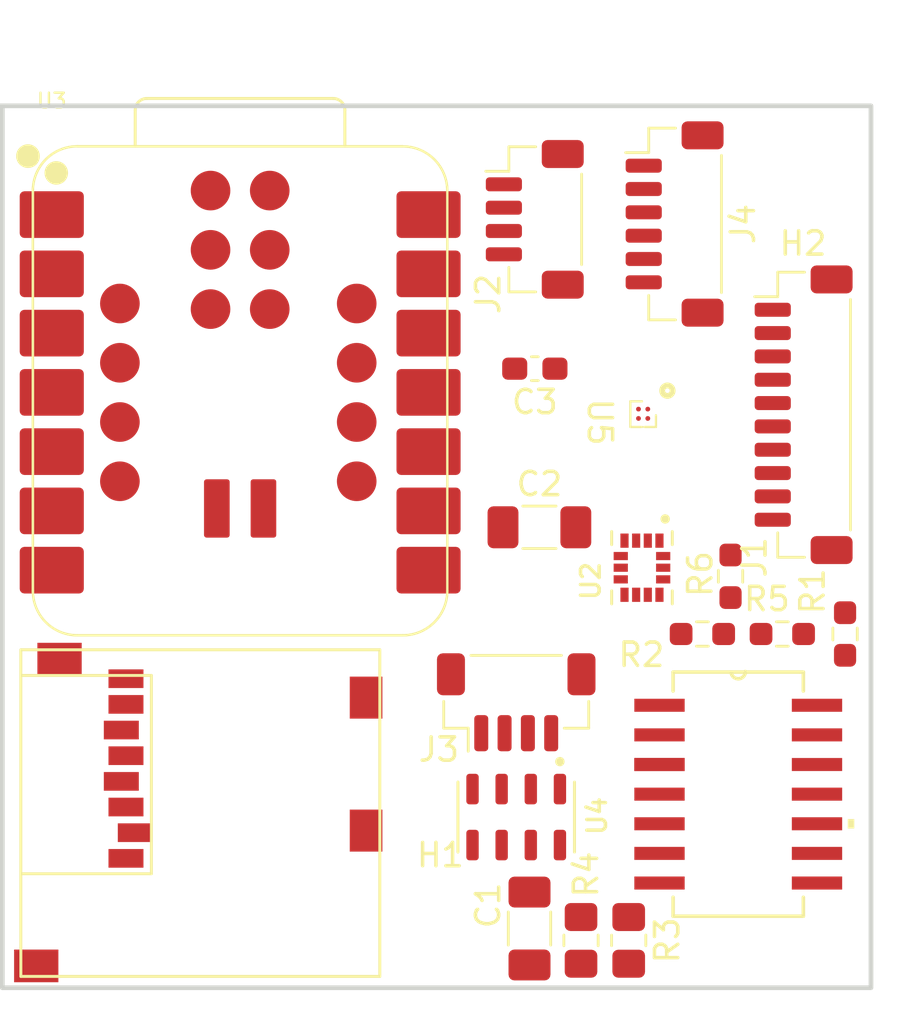
<source format=kicad_pcb>
(kicad_pcb (version 20241229) (generator "pcbnew") (generator_version "9.0")
  (layers (0 "F.Cu" signal) (2 "B.Cu" signal) (13 "F.Paste" user) (15 "B.Paste" user) (5 "F.SilkS" user "F.Silkscreen") (7 "B.SilkS" user "B.Silkscreen") (1 "F.Mask" user) (3 "B.Mask" user) (25 "Edge.Cuts" user))
  (net 0 "")
  (net 1 "/Camera_MISO")
  (net 2 "/MISO")
  (net 3 "/SDA_I2C")
  (net 4 "/SCL_I2C")
  (net 5 "+3.3V")
  (net 6 "+5V")
  (net 7 "GND")
  (net 8 "/Radio_EN")
  (net 9 "/Radio_Reset")
  (net 10 "/Radio_G0")
  (net 11 "/Radio_CS")
  (net 12 "/SD_CS")
  (net 13 "/CAMERA_CS")
  (net 14 "/SCK_SPI")
  (net 15 "/MOSI")
  (net 16 "/SD_MISO")
  (net 20 "/Radio_MISO")
  (net 43 "Net-(U2-CS)")
  (footprint "project-library:SDREAD" (layer "F.Cu") (at 141.4526 101.25 -90)
    (property "Reference" "P1" (hide yes))
    (property "Value" "~" (hide yes))
    (fp_line (start -7 7.7) (end -5.9 7.7) (stroke (width 0.127)) (layer "F.SilkS"))
    (fp_line (start -5.9 7.7) (end 2.6 7.7) (stroke (width 0.127)) (layer "F.SilkS"))
    (fp_line (start 2.6 7.7) (end 7 7.7) (stroke (width 0.127)) (layer "F.SilkS"))
    (fp_line (start 7 7.7) (end 7 -7.7) (stroke (width 0.127)) (layer "F.SilkS"))
    (fp_line (start -5.9 2.1) (end -5.9 7.7) (stroke (width 0.127)) (layer "F.SilkS"))
    (fp_line (start -5.9 2.1) (end 2.6 2.1) (stroke (width 0.127)) (layer "F.SilkS"))
    (fp_line (start 2.6 2.1) (end 2.6 7.7) (stroke (width 0.127)) (layer "F.SilkS"))
    (fp_line (start -7 -7.7) (end -7 7.7) (stroke (width 0.127)) (layer "F.SilkS"))
    (fp_line (start 7 -7.7) (end -7 -7.7) (stroke (width 0.127)) (layer "F.SilkS"))
    (pad "CS" smd rect (at 0.84 2.79) (size 1.5 0.8) (layers "F.Cu" "F.Mask" "F.Paste") (net 12 "/SD_CS"))
    (pad "GND" smd rect (at -3.56 3.39) (size 1.5 0.8) (layers "F.Cu" "F.Mask" "F.Paste") (net 7 "GND"))
    (pad "MISO" smd rect (at -4.66 3.19) (size 1.5 0.8) (layers "F.Cu" "F.Mask" "F.Paste") (net 16 "/SD_MISO"))
    (pad "MOSI" smd rect (at -0.26 3.19) (size 1.5 0.8) (layers "F.Cu" "F.Mask" "F.Paste") (net 15 "/MOSI"))
    (pad "P$1" smd rect (at 6.55 7.04) (size 1.9 1.4) (layers "F.Cu" "F.Mask" "F.Paste"))
    (pad "P$2" smd rect (at -6.6 6.04 90) (size 1.4 1.9) (layers "F.Cu" "F.Mask" "F.Paste"))
    (pad "P$3" smd rect (at -4.95 -7.11) (size 1.4 1.8) (layers "F.Cu" "F.Mask" "F.Paste"))
    (pad "P$4" smd rect (at 0.75 -7.11) (size 1.4 1.8) (layers "F.Cu" "F.Mask" "F.Paste"))
    (pad "SCK" smd rect (at -2.46 3.19) (size 1.5 0.8) (layers "F.Cu" "F.Mask" "F.Paste") (net 14 "/SCK_SPI"))
    (pad "VDD" smd rect (at -1.36 3.39) (size 1.5 0.8) (layers "F.Cu" "F.Mask" "F.Paste") (net 5 "+3.3V"))
    (pad "X1" smd rect (at 1.94 3.19) (size 1.5 0.8) (layers "F.Cu" "F.Mask" "F.Paste"))
    (pad "X2" smd rect (at -5.76 3.19) (size 1.5 0.8) (layers "F.Cu" "F.Mask" "F.Paste"))
  )
  (footprint "Resistor_SMD:R_0603_1608Metric_Pad0.98x0.95mm_HandSolder" (layer "F.Cu") (at 166.4208 93.5736)
    (property "Reference" "R5" (at -0.6604 -1.4986 0) (layer "F.SilkS"))
    (property "Value" "100K")
    (fp_line (start -0.254724 -0.5225) (end 0.254724 -0.5225) (stroke (width 0.12)) (layer "F.SilkS"))
    (fp_line (start -0.254724 0.5225) (end 0.254724 0.5225) (stroke (width 0.12)) (layer "F.SilkS"))
    (pad "1" smd roundrect (at -0.9125 0) (size 0.975 0.95) (layers "F.Cu" "F.Mask" "F.Paste") (net 5 "+3.3V"))
    (pad "2" smd roundrect (at 0.9125 0) (size 0.975 0.95) (layers "F.Cu" "F.Mask" "F.Paste") (net 13 "/CAMERA_CS"))
  )
  (footprint "Connector_JST:JST_SH_BM06B-SRSS-TB_1x06-1MP_P1.00mm_Vertical" (layer "F.Cu") (at 161.8 76 -90)
    (property "Reference" "J4" (at 0 -2.9294 90) (layer "F.SilkS"))
    (property "Value" "Conn_01x06_MountingPin")
    (fp_line (start -4.11 1.11) (end -3.06 1.11) (stroke (width 0.12)) (layer "F.SilkS"))
    (fp_line (start -3.06 1.11) (end -3.06 2.1) (stroke (width 0.12)) (layer "F.SilkS"))
    (fp_line (start 4.11 1.11) (end 3.06 1.11) (stroke (width 0.12)) (layer "F.SilkS"))
    (fp_line (start -4.11 -0.04) (end -4.11 1.11) (stroke (width 0.12)) (layer "F.SilkS"))
    (fp_line (start 4.11 -0.04) (end 4.11 1.11) (stroke (width 0.12)) (layer "F.SilkS"))
    (fp_line (start -2.94 -2.01) (end 2.94 -2.01) (stroke (width 0.12)) (layer "F.SilkS"))
    (pad "1" smd roundrect (at -2.5 1.325 270) (size 0.6 1.55) (layers "F.Cu" "F.Mask" "F.Paste") (net 5 "+3.3V"))
    (pad "2" smd roundrect (at -1.5 1.325 270) (size 0.6 1.55) (layers "F.Cu" "F.Mask" "F.Paste") (net 7 "GND"))
    (pad "3" smd roundrect (at -0.5 1.325 270) (size 0.6 1.55) (layers "F.Cu" "F.Mask" "F.Paste") (net 14 "/SCK_SPI"))
    (pad "4" smd roundrect (at 0.5 1.325 270) (size 0.6 1.55) (layers "F.Cu" "F.Mask" "F.Paste") (net 1 "/Camera_MISO"))
    (pad "5" smd roundrect (at 1.5 1.325 270) (size 0.6 1.55) (layers "F.Cu" "F.Mask" "F.Paste") (net 15 "/MOSI"))
    (pad "6" smd roundrect (at 2.5 1.325 270) (size 0.6 1.55) (layers "F.Cu" "F.Mask" "F.Paste") (net 13 "/CAMERA_CS"))
    (pad "MP" smd roundrect (at -3.8 -1.2 270) (size 1.2 1.8) (layers "F.Cu" "F.Mask" "F.Paste") (roundrect_rratio 0.208333))
    (pad "MP" smd roundrect (at 3.8 -1.2 270) (size 1.2 1.8) (layers "F.Cu" "F.Mask" "F.Paste") (roundrect_rratio 0.208333))
  )
  (footprint "MMC5603NJ:WLP4_0P82X0P82_MEM" (layer "F.Cu") (at 160.45 84.134 -90)
    (property "Reference" "U5" (at 0.3556 1.8542 270) (layer "F.SilkS"))
    (property "Value" "MMC5603NJ")
    (fp_circle (center -0.9906 -1.0414) (end -0.8906 -1.0414) (stroke (width 0.25)) (fill no) (layer "F.SilkS"))
    (pad "A1" smd circle (at -0.2 -0.2 270) (size 0.2032 0.2032) (layers "F.Cu" "F.Mask" "F.Paste") (net 7 "GND"))
    (pad "A2" smd circle (at 0.2 -0.2 270) (size 0.2032 0.2032) (layers "F.Cu" "F.Mask" "F.Paste") (net 4 "/SCL_I2C"))
    (pad "B1" smd circle (at -0.2 0.2 270) (size 0.2032 0.2032) (layers "F.Cu" "F.Mask" "F.Paste") (net 5 "+3.3V"))
    (pad "B2" smd circle (at 0.2 0.2 270) (size 0.2032 0.2032) (layers "F.Cu" "F.Mask" "F.Paste") (net 3 "/SDA_I2C"))
  )
  (footprint "Resistor_SMD:R_0603_1608Metric_Pad0.98x0.95mm_HandSolder" (layer "F.Cu") (at 164.2 91.1 90)
    (property "Reference" "R6" (at 0.1 -1.3 90) (layer "F.SilkS"))
    (property "Value" "100K")
    (fp_line (start -0.254724 -0.5225) (end 0.254724 -0.5225) (stroke (width 0.12)) (layer "F.SilkS"))
    (fp_line (start -0.254724 0.5225) (end 0.254724 0.5225) (stroke (width 0.12)) (layer "F.SilkS"))
    (pad "1" smd roundrect (at -0.9125 0 90) (size 0.975 0.95) (layers "F.Cu" "F.Mask" "F.Paste") (net 5 "+3.3V"))
    (pad "2" smd roundrect (at 0.9125 0 90) (size 0.975 0.95) (layers "F.Cu" "F.Mask" "F.Paste") (net 43 "Net-(U2-CS)"))
  )
  (footprint "Connector_JST:JST_SH_BM04B-SRSS-TB_1x04-1MP_P1.00mm_Vertical" (layer "F.Cu") (at 155.005 96.5006)
    (property "Reference" "J3" (at -3.3162 2.026 0) (layer "F.SilkS"))
    (property "Value" "~" (hide yes))
    (fp_line (start -3.11 -0.04) (end -3.11 1.11) (stroke (width 0.12)) (layer "F.SilkS"))
    (fp_line (start -3.11 1.11) (end -2.06 1.11) (stroke (width 0.12)) (layer "F.SilkS"))
    (fp_line (start -2.06 1.11) (end -2.06 2.1) (stroke (width 0.12)) (layer "F.SilkS"))
    (fp_line (start -1.94 -2.01) (end 1.94 -2.01) (stroke (width 0.12)) (layer "F.SilkS"))
    (fp_line (start 3.11 -0.04) (end 3.11 1.11) (stroke (width 0.12)) (layer "F.SilkS"))
    (fp_line (start 3.11 1.11) (end 2.06 1.11) (stroke (width 0.12)) (layer "F.SilkS"))
    (pad "1" smd roundrect (at -1.5 1.325) (size 0.6 1.55) (layers "F.Cu" "F.Mask" "F.Paste") (net 7 "GND"))
    (pad "2" smd roundrect (at -0.5 1.325) (size 0.6 1.55) (layers "F.Cu" "F.Mask" "F.Paste") (net 5 "+3.3V"))
    (pad "3" smd roundrect (at 0.5 1.325) (size 0.6 1.55) (layers "F.Cu" "F.Mask" "F.Paste") (net 3 "/SDA_I2C"))
    (pad "4" smd roundrect (at 1.5 1.325) (size 0.6 1.55) (layers "F.Cu" "F.Mask" "F.Paste") (net 4 "/SCL_I2C"))
    (pad "MP" smd roundrect (at -2.8 -1.2) (size 1.2 1.8) (layers "F.Cu" "F.Mask" "F.Paste") (roundrect_rratio 0.208333))
    (pad "MP" smd roundrect (at 2.8 -1.2) (size 1.2 1.8) (layers "F.Cu" "F.Mask" "F.Paste") (roundrect_rratio 0.208333))
  )
  (footprint "Connector_JST:JST_SH_BM04B-SRSS-TB_1x04-1MP_P1.00mm_Vertical" (layer "F.Cu") (at 155.8 75.8 -90)
    (property "Reference" "J2" (at 3.2 2 90) (layer "F.SilkS"))
    (property "Value" "~")
    (fp_line (start -3.11 1.11) (end -2.06 1.11) (stroke (width 0.12)) (layer "F.SilkS"))
    (fp_line (start -2.06 1.11) (end -2.06 2.1) (stroke (width 0.12)) (layer "F.SilkS"))
    (fp_line (start 3.11 1.11) (end 2.06 1.11) (stroke (width 0.12)) (layer "F.SilkS"))
    (fp_line (start -3.11 -0.04) (end -3.11 1.11) (stroke (width 0.12)) (layer "F.SilkS"))
    (fp_line (start 3.11 -0.04) (end 3.11 1.11) (stroke (width 0.12)) (layer "F.SilkS"))
    (fp_line (start -1.94 -2.01) (end 1.94 -2.01) (stroke (width 0.12)) (layer "F.SilkS"))
    (pad "1" smd roundrect (at -1.5 1.325 270) (size 0.6 1.55) (layers "F.Cu" "F.Mask" "F.Paste") (net 4 "/SCL_I2C"))
    (pad "2" smd roundrect (at -0.5 1.325 270) (size 0.6 1.55) (layers "F.Cu" "F.Mask" "F.Paste") (net 3 "/SDA_I2C"))
    (pad "3" smd roundrect (at 0.5 1.325 270) (size 0.6 1.55) (layers "F.Cu" "F.Mask" "F.Paste") (net 6 "+5V"))
    (pad "4" smd roundrect (at 1.5 1.325 270) (size 0.6 1.55) (layers "F.Cu" "F.Mask" "F.Paste") (net 7 "GND"))
    (pad "MP" smd roundrect (at -2.8 -1.2 270) (size 1.2 1.8) (layers "F.Cu" "F.Mask" "F.Paste") (roundrect_rratio 0.208333))
    (pad "MP" smd roundrect (at 2.8 -1.2 270) (size 1.2 1.8) (layers "F.Cu" "F.Mask" "F.Paste") (roundrect_rratio 0.208333))
  )
  (footprint "Connector_JST:JST_SH_BM10B-SRSS-TB_1x10-1MP_P1.00mm_Vertical" (layer "F.Cu") (at 167.3352 84.1756 -90)
    (property "Reference" "J1" (at 6.1106 2.1124 90) (layer "F.SilkS"))
    (property "Value" "Conn_01x10_MountingPin" (hide yes))
    (fp_line (start -6.11 1.11) (end -5.06 1.11) (stroke (width 0.12)) (layer "F.SilkS"))
    (fp_line (start -5.06 1.11) (end -5.06 2.1) (stroke (width 0.12)) (layer "F.SilkS"))
    (fp_line (start 6.11 1.11) (end 5.06 1.11) (stroke (width 0.12)) (layer "F.SilkS"))
    (fp_line (start -6.11 -0.04) (end -6.11 1.11) (stroke (width 0.12)) (layer "F.SilkS"))
    (fp_line (start 6.11 -0.04) (end 6.11 1.11) (stroke (width 0.12)) (layer "F.SilkS"))
    (fp_line (start -4.94 -2.01) (end 4.94 -2.01) (stroke (width 0.12)) (layer "F.SilkS"))
    (pad "1" smd roundrect (at -4.5 1.325 270) (size 0.6 1.55) (layers "F.Cu" "F.Mask" "F.Paste") (net 6 "+5V"))
    (pad "2" smd roundrect (at -3.5 1.325 270) (size 0.6 1.55) (layers "F.Cu" "F.Mask" "F.Paste") (net 7 "GND"))
    (pad "3" smd roundrect (at -2.5 1.325 270) (size 0.6 1.55) (layers "F.Cu" "F.Mask" "F.Paste") (net 8 "/Radio_EN"))
    (pad "4" smd roundrect (at -1.5 1.325 270) (size 0.6 1.55) (layers "F.Cu" "F.Mask" "F.Paste") (net 10 "/Radio_G0"))
    (pad "5" smd roundrect (at -0.5 1.325 270) (size 0.6 1.55) (layers "F.Cu" "F.Mask" "F.Paste") (net 14 "/SCK_SPI"))
    (pad "6" smd roundrect (at 0.5 1.325 270) (size 0.6 1.55) (layers "F.Cu" "F.Mask" "F.Paste") (net 20 "/Radio_MISO"))
    (pad "7" smd roundrect (at 1.5 1.325 270) (size 0.6 1.55) (layers "F.Cu" "F.Mask" "F.Paste") (net 15 "/MOSI"))
    (pad "8" smd roundrect (at 2.5 1.325 270) (size 0.6 1.55) (layers "F.Cu" "F.Mask" "F.Paste") (net 11 "/Radio_CS"))
    (pad "9" smd roundrect (at 3.5 1.325 270) (size 0.6 1.55) (layers "F.Cu" "F.Mask" "F.Paste") (net 9 "/Radio_Reset"))
    (pad "10" smd roundrect (at 4.5 1.325 270) (size 0.6 1.55) (layers "F.Cu" "F.Mask" "F.Paste") (net 5 "+3.3V"))
    (pad "MP" smd roundrect (at -5.8 -1.2 270) (size 1.2 1.8) (layers "F.Cu" "F.Mask" "F.Paste") (roundrect_rratio 0.208333))
    (pad "MP" smd roundrect (at 5.8 -1.2 270) (size 1.2 1.8) (layers "F.Cu" "F.Mask" "F.Paste") (roundrect_rratio 0.208333))
  )
  (footprint "Capacitor_SMD:C_0603_1608Metric_Pad1.08x0.95mm_HandSolder" (layer "F.Cu") (at 155.8036 82.2004 180)
    (property "Reference" "C3" (at 0 -1.43 0) (layer "F.SilkS"))
    (property "Value" "2.2Uf")
    (fp_line (start -0.146267 0.51) (end 0.146267 0.51) (stroke (width 0.12)) (layer "F.SilkS"))
    (fp_line (start -0.146267 -0.51) (end 0.146267 -0.51) (stroke (width 0.12)) (layer "F.SilkS"))
    (pad "1" smd roundrect (at -0.8625 0 180) (size 1.075 0.95) (layers "F.Cu" "F.Mask" "F.Paste") (net 5 "+3.3V"))
    (pad "2" smd roundrect (at 0.8625 0 180) (size 1.075 0.95) (layers "F.Cu" "F.Mask" "F.Paste") (net 7 "GND"))
  )
  (footprint "Capacitor_SMD:C_1206_3216Metric_Pad1.33x1.80mm_HandSolder" (layer "F.Cu") (at 155.575 106.1974 -90)
    (property "Reference" "C1" (at -0.9906 1.778 90) (layer "F.SilkS"))
    (property "Value" "100nF")
    (fp_line (start -0.711252 0.91) (end 0.711252 0.91) (stroke (width 0.12)) (layer "F.SilkS"))
    (fp_line (start -0.711252 -0.91) (end 0.711252 -0.91) (stroke (width 0.12)) (layer "F.SilkS"))
    (pad "1" smd roundrect (at -1.5625 0 270) (size 1.325 1.8) (layers "F.Cu" "F.Mask" "F.Paste") (roundrect_rratio 0.188679) (net 5 "+3.3V"))
    (pad "2" smd roundrect (at 1.5625 0 270) (size 1.325 1.8) (layers "F.Cu" "F.Mask" "F.Paste") (roundrect_rratio 0.188679) (net 7 "GND"))
  )
  (footprint "Resistor_SMD:R_0603_1608Metric_Pad0.98x0.95mm_HandSolder" (layer "F.Cu") (at 162.9918 93.5736 180)
    (property "Reference" "R2" (at 2.6162 -0.889 0) (layer "F.SilkS"))
    (property "Value" "100K")
    (fp_line (start -0.254724 0.5225) (end 0.254724 0.5225) (stroke (width 0.12)) (layer "F.SilkS"))
    (fp_line (start -0.254724 -0.5225) (end 0.254724 -0.5225) (stroke (width 0.12)) (layer "F.SilkS"))
    (pad "1" smd roundrect (at -0.9125 0 180) (size 0.975 0.95) (layers "F.Cu" "F.Mask" "F.Paste") (net 5 "+3.3V"))
    (pad "2" smd roundrect (at 0.9125 0 180) (size 0.975 0.95) (layers "F.Cu" "F.Mask" "F.Paste") (net 12 "/SD_CS"))
  )
  (footprint "project-library:14-VFLGA" (layer "F.Cu") (at 160.4 90.7325 -90)
    (property "Reference" "U2" (at 0.5675 2.2 90) (layer "F.SilkS") (effects (font (size 0.8 0.8))))
    (property "Value" "LSM6DSOXTR")
    (fp_line (start -1.55 1.3) (end -0.99 1.3) (stroke (width 0.127)) (layer "F.SilkS"))
    (fp_line (start 0.99 1.3) (end 1.55 1.3) (stroke (width 0.127)) (layer "F.SilkS"))
    (fp_line (start -0.99 -1.3) (end -1.55 -1.3) (stroke (width 0.127)) (layer "F.SilkS"))
    (fp_line (start 0.99 -1.3) (end 1.55 -1.3) (stroke (width 0.127)) (layer "F.SilkS"))
    (fp_circle (center -2.09 -0.995) (end -1.99 -0.995) (stroke (width 0.2)) (fill no) (layer "F.SilkS"))
    (pad "1" smd rect (at -1.16 -0.75 270) (size 0.61 0.35) (layers "F.Cu" "F.Paste") (net 7 "GND"))
    (pad "2" smd rect (at -1.16 -0.25 270) (size 0.61 0.35) (layers "F.Cu" "F.Paste"))
    (pad "3" smd rect (at -1.16 0.25 270) (size 0.61 0.35) (layers "F.Cu" "F.Paste"))
    (pad "4" smd rect (at -1.16 0.75 270) (size 0.61 0.35) (layers "F.Cu" "F.Paste"))
    (pad "5" smd rect (at -0.5 0.91 270) (size 0.35 0.61) (layers "F.Cu" "F.Paste") (net 5 "+3.3V"))
    (pad "6" smd rect (at 0 0.91 270) (size 0.35 0.61) (layers "F.Cu" "F.Paste") (net 7 "GND"))
    (pad "7" smd rect (at 0.5 0.91 270) (size 0.35 0.61) (layers "F.Cu" "F.Paste") (net 7 "GND"))
    (pad "8" smd rect (at 1.16 0.75 270) (size 0.61 0.35) (layers "F.Cu" "F.Paste") (net 5 "+3.3V"))
    (pad "9" smd rect (at 1.16 0.25 270) (size 0.61 0.35) (layers "F.Cu" "F.Paste"))
    (pad "10" smd rect (at 1.16 -0.25 270) (size 0.61 0.35) (layers "F.Cu" "F.Paste"))
    (pad "11" smd rect (at 1.16 -0.75 270) (size 0.61 0.35) (layers "F.Cu" "F.Paste"))
    (pad "12" smd rect (at 0.5 -0.91 270) (size 0.35 0.61) (layers "F.Cu" "F.Paste") (net 43 "Net-(U2-CS)"))
    (pad "13" smd rect (at 0 -0.91 270) (size 0.35 0.61) (layers "F.Cu" "F.Paste") (net 4 "/SCL_I2C"))
    (pad "14" smd rect (at -0.5 -0.91 270) (size 0.35 0.61) (layers "F.Cu" "F.Paste") (net 3 "/SDA_I2C"))
  )
  (footprint "Resistor_SMD:R_0603_1608Metric_Pad0.98x0.95mm_HandSolder" (layer "F.Cu") (at 169.1132 93.5736 -90)
    (property "Reference" "R1" (at -1.8288 1.397 90) (layer "F.SilkS"))
    (property "Value" "100K")
    (fp_line (start -0.254724 0.5225) (end 0.254724 0.5225) (stroke (width 0.12)) (layer "F.SilkS"))
    (fp_line (start -0.254724 -0.5225) (end 0.254724 -0.5225) (stroke (width 0.12)) (layer "F.SilkS"))
    (pad "1" smd roundrect (at -0.9125 0 270) (size 0.975 0.95) (layers "F.Cu" "F.Mask" "F.Paste") (net 5 "+3.3V"))
    (pad "2" smd roundrect (at 0.9125 0 270) (size 0.975 0.95) (layers "F.Cu" "F.Mask" "F.Paste") (net 11 "/Radio_CS"))
  )
  (footprint "Seeed Studio XIAO Series Library:XIAO-RA4M1-SMD" (layer "F.Cu") (at 143.0782 83.217462)
    (property "Reference" "U3" (at -8 -12.5 0) (layer "F.SilkS") (effects (font (size 0.635 0.635) (thickness 0.1016))))
    (property "Value" "Seeed Studio RA4M1")
    (fp_line (start -8.812512 8.503988) (end -8.812512 -8.641012) (stroke (width 0.1)) (layer "F.SilkS"))
    (fp_line (start -8.8075 8.509) (end -8.8075 -8.636) (stroke (width 0.1)) (layer "F.SilkS"))
    (fp_line (start -6.907512 10.408988) (end 7.062488 10.408988) (stroke (width 0.1)) (layer "F.SilkS"))
    (fp_line (start -6.9025 10.414) (end 7.0675 10.414) (stroke (width 0.1)) (layer "F.SilkS"))
    (fp_line (start -4.420512 -10.558012) (end -4.419796 -12.099296) (stroke (width 0.127)) (layer "F.SilkS"))
    (fp_line (start -3.919796 -12.599024) (end 4.075476 -12.599024) (stroke (width 0.127)) (layer "F.SilkS"))
    (fp_line (start 4.575476 -12.099024) (end 4.576488 -10.555012) (stroke (width 0.127)) (layer "F.SilkS"))
    (fp_line (start 7.062488 -10.546012) (end -6.907512 -10.546012) (stroke (width 0.1)) (layer "F.SilkS"))
    (fp_line (start 7.062488 -10.546012) (end -6.907512 -10.546012) (stroke (width 0.1)) (layer "F.SilkS"))
    (fp_line (start 7.062488 -10.546012) (end -6.907512 -10.546012) (stroke (width 0.1)) (layer "F.SilkS"))
    (fp_line (start 7.0675 -10.541) (end -6.9025 -10.541) (stroke (width 0.1)) (layer "F.SilkS"))
    (fp_line (start 8.967488 8.503988) (end 8.967488 -8.641012) (stroke (width 0.1)) (layer "F.SilkS"))
    (fp_line (start 8.9725 8.509) (end 8.9725 -8.636) (stroke (width 0.1)) (layer "F.SilkS"))
    (fp_arc (start -8.812512 -8.645012) (mid -8.254547 -9.992047) (end -6.907512 -10.550012) (stroke (width 0.1)) (layer "F.SilkS"))
    (fp_arc (start -8.8075 -8.64) (mid -8.249538 -9.987038) (end -6.9025 -10.545) (stroke (width 0.1)) (layer "F.SilkS"))
    (fp_arc (start -6.907512 10.408988) (mid -8.25455 9.851026) (end -8.812512 8.503988) (stroke (width 0.1)) (layer "F.SilkS"))
    (fp_arc (start -6.9025 10.414) (mid -8.249538 9.856038) (end -8.8075 8.509) (stroke (width 0.1)) (layer "F.SilkS"))
    (fp_arc (start -4.419796 -12.099296) (mid -4.273215 -12.452627) (end -3.919796 -12.599024) (stroke (width 0.127)) (layer "F.SilkS"))
    (fp_arc (start 4.075476 -12.599024) (mid 4.429018 -12.452581) (end 4.575476 -12.099024) (stroke (width 0.127)) (layer "F.SilkS"))
    (fp_arc (start 7.062488 -10.546012) (mid 8.409528 -9.988051) (end 8.967488 -8.641012) (stroke (width 0.1)) (layer "F.SilkS"))
    (fp_arc (start 7.0675 -10.541) (mid 8.414538 -9.983038) (end 8.9725 -8.636) (stroke (width 0.1)) (layer "F.SilkS"))
    (fp_arc (start 8.967488 8.503988) (mid 8.409526 9.851026) (end 7.062488 10.408988) (stroke (width 0.1)) (layer "F.SilkS"))
    (fp_arc (start 8.9725 8.509) (mid 8.414538 9.856038) (end 7.0675 10.414) (stroke (width 0.1)) (layer "F.SilkS"))
    (fp_circle (center -9.022512 -10.130012) (end -9.022512 -10.384012) (stroke (width 0.5)) (fill yes) (layer "F.SilkS"))
    (fp_circle (center -9.0175 -10.125) (end -9.0175 -10.379) (stroke (width 0.5)) (fill yes) (layer "F.SilkS"))
    (fp_circle (center -7.805512 -9.407012) (end -7.805512 -9.661012) (stroke (width 0.5)) (fill yes) (layer "F.SilkS"))
    (pad "1" smd roundrect (at -8 -7.62 180) (size 2.75 2) (layers "F.Cu" "F.Mask" "F.Paste") (roundrect_rratio 0.1) (net 8 "/Radio_EN"))
    (pad "2" smd roundrect (at -8 -5.08 180) (size 2.75 2) (layers "F.Cu" "F.Mask" "F.Paste") (roundrect_rratio 0.1) (net 9 "/Radio_Reset"))
    (pad "3" smd roundrect (at -8 -2.54 180) (size 2.75 2) (layers "F.Cu" "F.Mask" "F.Paste") (roundrect_rratio 0.1) (net 10 "/Radio_G0"))
    (pad "4" smd roundrect (at -8 0 180) (size 2.75 2) (layers "F.Cu" "F.Mask" "F.Paste") (roundrect_rratio 0.1) (net 11 "/Radio_CS"))
    (pad "5" smd roundrect (at -8 2.54 180) (size 2.75 2) (layers "F.Cu" "F.Mask" "F.Paste") (roundrect_rratio 0.1) (net 3 "/SDA_I2C"))
    (pad "6" smd roundrect (at -8 5.08 180) (size 2.75 2) (layers "F.Cu" "F.Mask" "F.Paste") (roundrect_rratio 0.1) (net 4 "/SCL_I2C"))
    (pad "7" smd roundrect (at -8 7.62 180) (size 2.75 2) (layers "F.Cu" "F.Mask" "F.Paste") (roundrect_rratio 0.1) (net 12 "/SD_CS"))
    (pad "8" smd roundrect (at 8.165 7.62) (size 2.75 2) (layers "F.Cu" "F.Mask" "F.Paste") (roundrect_rratio 0.1) (net 13 "/CAMERA_CS"))
    (pad "9" smd roundrect (at 8.165 5.08) (size 2.75 2) (layers "F.Cu" "F.Mask" "F.Paste") (roundrect_rratio 0.1) (net 14 "/SCK_SPI"))
    (pad "10" smd roundrect (at 8.165 2.54) (size 2.75 2) (layers "F.Cu" "F.Mask" "F.Paste") (roundrect_rratio 0.1) (net 2 "/MISO"))
    (pad "11" smd roundrect (at 8.165 0) (size 2.75 2) (layers "F.Cu" "F.Mask" "F.Paste") (roundrect_rratio 0.1) (net 15 "/MOSI"))
    (pad "12" smd roundrect (at 8.165 -2.54) (size 2.75 2) (layers "F.Cu" "F.Mask" "F.Paste") (roundrect_rratio 0.1) (net 5 "+3.3V"))
    (pad "13" smd roundrect (at 8.165 -5.08) (size 2.75 2) (layers "F.Cu" "F.Mask" "F.Paste") (roundrect_rratio 0.1) (net 7 "GND"))
    (pad "14" smd roundrect (at 8.165 -7.62) (size 2.75 2) (layers "F.Cu" "F.Mask" "F.Paste") (roundrect_rratio 0.1) (net 6 "+5V"))
    (pad "15" smd circle (at 5.083494 -3.81 180) (size 1.7 1.7) (layers "F.Cu" "F.Mask" "F.Paste"))
    (pad "16" smd circle (at 5.083494 -1.27 180) (size 1.7 1.7) (layers "F.Cu" "F.Mask" "F.Paste"))
    (pad "17" smd circle (at 5.083494 1.27 180) (size 1.7 1.7) (layers "F.Cu" "F.Mask" "F.Paste"))
    (pad "18" smd circle (at 5.083494 3.81 180) (size 1.7 1.7) (layers "F.Cu" "F.Mask" "F.Paste"))
    (pad "19" smd circle (at -5.076506 3.81 180) (size 1.7 1.7) (layers "F.Cu" "F.Mask" "F.Paste"))
    (pad "20" smd circle (at -5.076506 1.27 180) (size 1.7 1.7) (layers "F.Cu" "F.Mask" "F.Paste"))
    (pad "21" smd circle (at -5.076506 -1.27 180) (size 1.7 1.7) (layers "F.Cu" "F.Mask" "F.Paste"))
    (pad "22" smd circle (at -5.076506 -3.81 180) (size 1.7 1.7) (layers "F.Cu" "F.Mask" "F.Paste"))
    (pad "23" smd circle (at -1.1875 -8.65 180) (size 1.7 1.7) (layers "F.Cu" "F.Mask" "F.Paste"))
    (pad "24" smd circle (at -1.1875 -6.11 180) (size 1.7 1.7) (layers "F.Cu" "F.Mask" "F.Paste"))
    (pad "25" smd circle (at -1.1875 -3.57 180) (size 1.7 1.7) (layers "F.Cu" "F.Mask" "F.Paste"))
    (pad "26" smd circle (at 1.3525 -3.57 180) (size 1.7 1.7) (layers "F.Cu" "F.Mask" "F.Paste"))
    (pad "27" smd circle (at 1.3525 -6.11 180) (size 1.7 1.7) (layers "F.Cu" "F.Mask" "F.Paste"))
    (pad "28" smd circle (at 1.3525 -8.65 180) (size 1.7 1.7) (layers "F.Cu" "F.Mask" "F.Paste"))
    (pad "29" smd roundrect (at -0.9175 4.974811 270) (size 2.5 1.1) (layers "F.Cu" "F.Mask" "F.Paste") (roundrect_rratio 0.1))
    (pad "30" smd roundrect (at 1.0825 4.974811 270) (size 2.5 1.1) (layers "F.Cu" "F.Mask" "F.Paste") (roundrect_rratio 0.1))
  )
  (footprint "Resistor_SMD:R_0805_2012Metric_Pad1.20x1.40mm_HandSolder" (layer "F.Cu") (at 159.831 106.7054 -90)
    (property "Reference" "R3" (at 0 -1.65 90) (layer "F.SilkS"))
    (property "Value" "10K")
    (fp_line (start -0.227064 0.735) (end 0.227064 0.735) (stroke (width 0.12)) (layer "F.SilkS"))
    (fp_line (start -0.227064 -0.735) (end 0.227064 -0.735) (stroke (width 0.12)) (layer "F.SilkS"))
    (pad "1" smd roundrect (at -1 0 270) (size 1.2 1.4) (layers "F.Cu" "F.Mask" "F.Paste") (roundrect_rratio 0.208333) (net 4 "/SCL_I2C"))
    (pad "2" smd roundrect (at 1 0 270) (size 1.2 1.4) (layers "F.Cu" "F.Mask" "F.Paste") (roundrect_rratio 0.208333) (net 5 "+3.3V"))
  )
  (footprint "MountingHole:MountingHole_2.2mm_M2" (layer "F.Cu") (at 167.3098 73.6346 180)
    (property "Reference" "H2" (at 0 -3.2 0) (layer "F.SilkS"))
    (property "Value" "MountingHole")
    (pad "" np_thru_hole circle (at 0 0 180) (size 2.2 2.2) (drill 2.2) (layers "*.Cu" "*.Mask"))
  )
  (footprint "" (layer "F.Cu") (at 161.1518 99.1676)
    (property "Reference" "" (at 0 0 0) (layer "F.SilkS") (effects (font (size 1.27 1.27))))
    (property "Value" "")
    (pad "3" smd rect (at 0 0) (size 2.159 0.5588) (layers "F.Cu" "F.Mask" "F.Paste") (net 2 "/MISO"))
  )
  (footprint "MS5611:SON125P500X300X100-8N" (layer "F.Cu") (at 155.005 101.4206 -90)
    (property "Reference" "U4" (at -0.0492 -3.4656 90) (layer "F.SilkS") (effects (font (size 0.8 0.8))))
    (property "Value" "MS5611-01BA03" (hide yes))
    (fp_line (start -1.5 2.5) (end 1.5 2.5) (stroke (width 0.127)) (layer "F.SilkS"))
    (fp_line (start -1.5 -2.5) (end 1.5 -2.5) (stroke (width 0.127)) (layer "F.SilkS"))
    (fp_circle (center -2.377 -1.873) (end -2.277 -1.873) (stroke (width 0.2)) (fill no) (layer "F.SilkS"))
    (pad "1" smd roundrect (at -1.2 -1.875 270) (size 1.31 0.53) (layers "F.Cu" "F.Mask" "F.Paste") (net 5 "+3.3V"))
    (pad "2" smd roundrect (at -1.2 -0.625 270) (size 1.31 0.53) (layers "F.Cu" "F.Mask" "F.Paste") (net 5 "+3.3V"))
    (pad "3" smd roundrect (at -1.2 0.625 270) (size 1.31 0.53) (layers "F.Cu" "F.Mask" "F.Paste") (net 7 "GND"))
    (pad "4" smd roundrect (at -1.2 1.875 270) (size 1.31 0.53) (layers "F.Cu" "F.Mask" "F.Paste") (net 5 "+3.3V"))
    (pad "5" smd roundrect (at 1.2 1.875 270) (size 1.31 0.53) (layers "F.Cu" "F.Mask" "F.Paste") (net 5 "+3.3V"))
    (pad "6" smd roundrect (at 1.2 0.625 270) (size 1.31 0.53) (layers "F.Cu" "F.Mask" "F.Paste"))
    (pad "7" smd roundrect (at 1.2 -0.625 270) (size 1.31 0.53) (layers "F.Cu" "F.Mask" "F.Paste") (net 3 "/SDA_I2C"))
    (pad "8" smd roundrect (at 1.2 -1.875 270) (size 1.31 0.53) (layers "F.Cu" "F.Mask" "F.Paste") (net 4 "/SCL_I2C"))
  )
  (footprint "MountingHole:MountingHole_2.2mm_M2" (layer "F.Cu") (at 151.75 106.25)
    (property "Reference" "H1" (at 0 -3.2 0) (layer "F.SilkS"))
    (property "Value" "MountingHole")
    (pad "" np_thru_hole circle (at 0 0) (size 2.2 2.2) (drill 2.2) (layers "*.Cu" "*.Mask"))
  )
  (footprint "Resistor_SMD:R_0805_2012Metric_Pad1.20x1.40mm_HandSolder" (layer "F.Cu") (at 157.7848 106.7054 -90)
    (property "Reference" "R4" (at -2.8254 -0.2144 90) (layer "F.SilkS"))
    (property "Value" "10K")
    (fp_line (start -0.227064 0.735) (end 0.227064 0.735) (stroke (width 0.12)) (layer "F.SilkS"))
    (fp_line (start -0.227064 -0.735) (end 0.227064 -0.735) (stroke (width 0.12)) (layer "F.SilkS"))
    (pad "1" smd roundrect (at -1 0 270) (size 1.2 1.4) (layers "F.Cu" "F.Mask" "F.Paste") (roundrect_rratio 0.208333) (net 3 "/SDA_I2C"))
    (pad "2" smd roundrect (at 1 0 270) (size 1.2 1.4) (layers "F.Cu" "F.Mask" "F.Paste") (roundrect_rratio 0.208333) (net 5 "+3.3V"))
  )
  (footprint "SN74LVC125ANSR:NS14" (layer "F.Cu") (at 164.53 100.4376)
    (property "Reference" "U1" (hide yes))
    (property "Value" "~" (hide yes))
    (fp_line (start -2.794 -5.2324) (end -2.794 -4.4196) (stroke (width 0.1524)) (layer "F.SilkS"))
    (fp_line (start -2.794 4.4196) (end -2.794 5.2324) (stroke (width 0.1524)) (layer "F.SilkS"))
    (fp_line (start -2.794 5.2324) (end 2.794 5.2324) (stroke (width 0.1524)) (layer "F.SilkS"))
    (fp_line (start -0.3048 -5.2324) (end -2.794 -5.2324) (stroke (width 0.1524)) (layer "F.SilkS"))
    (fp_line (start 2.794 -5.2324) (end -0.3048 -5.2324) (stroke (width 0.1524)) (layer "F.SilkS"))
    (fp_line (start 2.794 -4.4196) (end 2.794 -5.2324) (stroke (width 0.1524)) (layer "F.SilkS"))
    (fp_line (start 2.794 5.2324) (end 2.794 4.4196) (stroke (width 0.1524)) (layer "F.SilkS"))
    (fp_arc (start 0.3048 -5.2578) (mid 0.0127 -4.9403) (end -0.3048 -5.2324) (stroke (width 0.1524)) (layer "F.SilkS"))
    (fp_poly (pts (xy 4.9784 1.4732) (xy 4.699 1.4732) (xy 4.699 1.0668) (xy 4.9784 1.0668)) (fill yes) (layer "F.SilkS"))
    (pad "1" smd rect (at -3.3782 -3.81) (size 2.159 0.5588) (layers "F.Cu" "F.Mask" "F.Paste") (net 12 "/SD_CS"))
    (pad "2" smd rect (at -3.3782 -2.54) (size 2.159 0.5588) (layers "F.Cu" "F.Mask" "F.Paste") (net 16 "/SD_MISO"))
    (pad "3" smd rect (at -3.3782 -1.27) (size 2.159 0.5588) (layers "F.Cu" "F.Mask" "F.Paste") (net 2 "/MISO"))
    (pad "4" smd rect (at -3.3782 0) (size 2.159 0.5588) (layers "F.Cu" "F.Mask" "F.Paste") (net 13 "/CAMERA_CS"))
    (pad "5" smd rect (at -3.3782 1.27) (size 2.159 0.5588) (layers "F.Cu" "F.Mask" "F.Paste") (net 1 "/Camera_MISO"))
    (pad "6" smd rect (at -3.3782 2.54) (size 2.159 0.5588) (layers "F.Cu" "F.Mask" "F.Paste") (net 2 "/MISO"))
    (pad "7" smd rect (at -3.3782 3.81) (size 2.159 0.5588) (layers "F.Cu" "F.Mask" "F.Paste") (net 7 "GND"))
    (pad "8" smd rect (at 3.3782 3.81) (size 2.159 0.5588) (layers "F.Cu" "F.Mask" "F.Paste"))
    (pad "9" smd rect (at 3.3782 2.54) (size 2.159 0.5588) (layers "F.Cu" "F.Mask" "F.Paste"))
    (pad "10" smd rect (at 3.3782 1.27) (size 2.159 0.5588) (layers "F.Cu" "F.Mask" "F.Paste"))
    (pad "11" smd rect (at 3.3782 0) (size 2.159 0.5588) (layers "F.Cu" "F.Mask" "F.Paste") (net 2 "/MISO"))
    (pad "12" smd rect (at 3.3782 -1.27) (size 2.159 0.5588) (layers "F.Cu" "F.Mask" "F.Paste") (net 20 "/Radio_MISO"))
    (pad "13" smd rect (at 3.3782 -2.54) (size 2.159 0.5588) (layers "F.Cu" "F.Mask" "F.Paste") (net 11 "/Radio_CS"))
    (pad "14" smd rect (at 3.3782 -3.81) (size 2.159 0.5588) (layers "F.Cu" "F.Mask" "F.Paste") (net 5 "+3.3V"))
  )
  (footprint "Capacitor_SMD:C_1206_3216Metric_Pad1.33x1.80mm_HandSolder" (layer "F.Cu") (at 156 89 180)
    (property "Reference" "C2" (at 0 1.8542 0) (layer "F.SilkS"))
    (property "Value" "100nF")
    (fp_line (start -0.711252 0.91) (end 0.711252 0.91) (stroke (width 0.12)) (layer "F.SilkS"))
    (fp_line (start -0.711252 -0.91) (end 0.711252 -0.91) (stroke (width 0.12)) (layer "F.SilkS"))
    (pad "1" smd roundrect (at -1.5625 0 180) (size 1.325 1.8) (layers "F.Cu" "F.Mask" "F.Paste") (roundrect_rratio 0.188679) (net 5 "+3.3V"))
    (pad "2" smd roundrect (at 1.5625 0 180) (size 1.325 1.8) (layers "F.Cu" "F.Mask" "F.Paste") (roundrect_rratio 0.188679) (net 7 "GND"))
  )
  (gr_line (start 159.9 84.1) (end 159.9 83.6) (stroke (width 0.1)) (layer "F.SilkS"))
  (gr_line (start 160.4 84.7) (end 159.9 84.7) (stroke (width 0.1)) (layer "F.SilkS"))
  (gr_line (start 159.9 84.65) (end 159.9 84.15) (stroke (width 0.1)) (layer "F.SilkS"))
  (gr_line (start 161 84.7) (end 160.5 84.7) (stroke (width 0.1)) (layer "F.SilkS"))
  (gr_line (start 159.9 83.6) (end 160.4 83.6) (stroke (width 0.1)) (layer "F.SilkS"))
  (gr_line (start 161 84.2) (end 161 84.7) (stroke (width 0.1)) (layer "F.SilkS"))
  (gr_rect (start 132.958 70.9356) (end 170.225 108.7356) (stroke (width 0.2)) (fill no) (layer "Edge.Cuts"))
)
</source>
